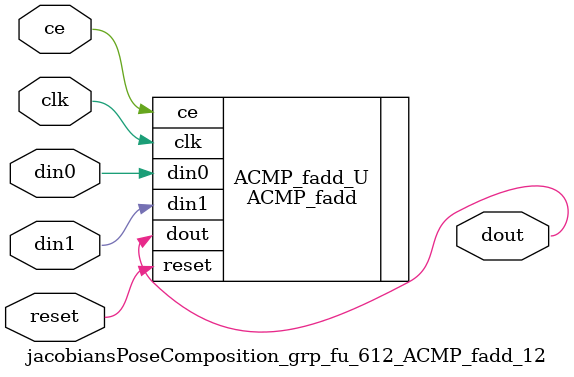
<source format=v>

`timescale 1 ns / 1 ps
module jacobiansPoseComposition_grp_fu_612_ACMP_fadd_12(
    clk,
    reset,
    ce,
    din0,
    din1,
    dout);

parameter ID = 32'd1;
parameter NUM_STAGE = 32'd1;
parameter din0_WIDTH = 32'd1;
parameter din1_WIDTH = 32'd1;
parameter dout_WIDTH = 32'd1;
input clk;
input reset;
input ce;
input[din0_WIDTH - 1:0] din0;
input[din1_WIDTH - 1:0] din1;
output[dout_WIDTH - 1:0] dout;



ACMP_fadd #(
.ID( ID ),
.NUM_STAGE( 4 ),
.din0_WIDTH( din0_WIDTH ),
.din1_WIDTH( din1_WIDTH ),
.dout_WIDTH( dout_WIDTH ))
ACMP_fadd_U(
    .clk( clk ),
    .reset( reset ),
    .ce( ce ),
    .din0( din0 ),
    .din1( din1 ),
    .dout( dout ));

endmodule

</source>
